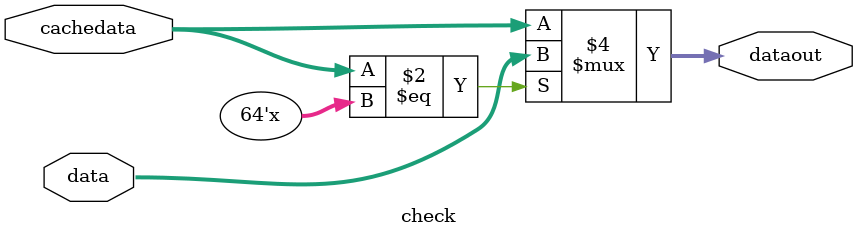
<source format=v>
`timescale 1ns / 1ps


module check(input [63:0]data, input [63:0]cachedata, output reg [63:0]dataout);
    
    always @*
    begin
        if (cachedata == 64'bxxxxxxxxxxxxxxxxxxxxxxxxxxxxxxxxxxxxxxxxxxxxxxxxxxxxxxxxxxxxxxxx)
        begin
            dataout = data;
        end else
        begin
            dataout = cachedata;
        end
    end
endmodule

</source>
